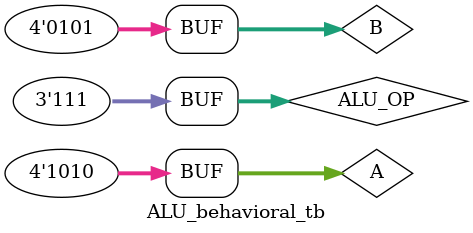
<source format=v>
module ALU_Beh_dataflow (
    input [3:0] A,
    input [3:0] B,
    input [2:0] ALU_OP,
    output reg [3:0] out
);
always @(*) begin
    case (ALU_OP)
        3'b000: out = A + B;
        3'b001: out = A - B;
        3'b010: out = ~(A & B);
        3'b011: out = ~(A | B);
        3'b100: out =(A < B) ? 4'b1 : 4'b0; 3'b101: out = (A == B) ? 4'b1 : 4'b0; 3'b110: out = A << B[1:0];
3'b111: out = A >> B[1:0];
        default: out = 4'bxxxx;
    endcase
end
endmodule


module ALU_behavioral_tb();
reg[3:0]A,B;
reg[2:0]ALU_OP;
wire[3:0]out;
ALU_Beh_dataflow a1(A,B,ALU_OP,out);
initial
begin
    $dumpfile("ALU_dataflow_beh.vcd");
    $dumpvars(0,ALU_behavioral_tb);
    ALU_OP=3'b000;A=4'b1010;B=4'b0101;
    #10;
    ALU_OP=3'b001;A=4'b1010;B=4'b0101;
    #10;
    ALU_OP=3'b010;A=4'b1010;B=4'b0101;
    #10;
    ALU_OP=3'b011;A=4'b1010;B=4'b0101;
    #10;
    ALU_OP=3'b100;A=4'b1010;B=4'b0101;
    #10;
    ALU_OP=3'b101;A=4'b1010;B=4'b0101;
    #10;
    ALU_OP=3'b110;A=4'b1010;B=4'b0101;
    #10;
    ALU_OP=3'b111;A=4'b1010;B=4'b0101;
    #10;
end
initial begin
$monitor("ALU_OP = %b, A = %b, B = %b, out = %b",ALU_OP,A,B,out); end
endmodule
</source>
